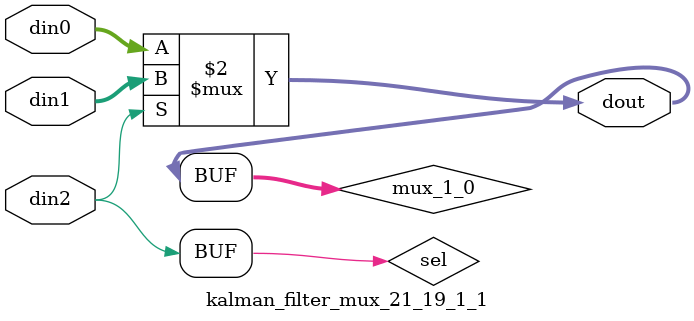
<source format=v>

`timescale 1ns/1ps

module kalman_filter_mux_21_19_1_1 #(
parameter
    ID                = 0,
    NUM_STAGE         = 1,
    din0_WIDTH       = 32,
    din1_WIDTH       = 32,
    din2_WIDTH         = 32,
    dout_WIDTH            = 32
)(
    input  [18 : 0]     din0,
    input  [18 : 0]     din1,
    input  [0 : 0]    din2,
    output [18 : 0]   dout);

// puts internal signals
wire [0 : 0]     sel;
// level 1 signals
wire [18 : 0]         mux_1_0;

assign sel = din2;

// Generate level 1 logic
assign mux_1_0 = (sel[0] == 0)? din0 : din1;

// output logic
assign dout = mux_1_0;

endmodule

</source>
